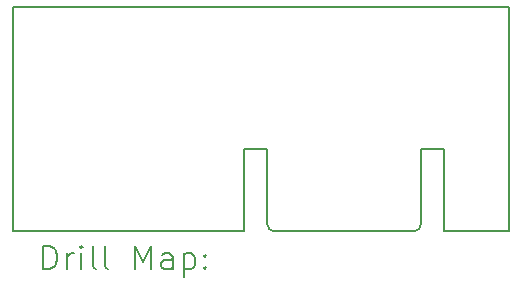
<source format=gbr>
%TF.GenerationSoftware,KiCad,Pcbnew,7.0.7*%
%TF.CreationDate,2024-03-03T16:13:55-05:00*%
%TF.ProjectId,Gamecube_SP1,47616d65-6375-4626-955f-5350312e6b69,rev?*%
%TF.SameCoordinates,Original*%
%TF.FileFunction,Drillmap*%
%TF.FilePolarity,Positive*%
%FSLAX45Y45*%
G04 Gerber Fmt 4.5, Leading zero omitted, Abs format (unit mm)*
G04 Created by KiCad (PCBNEW 7.0.7) date 2024-03-03 16:13:55*
%MOMM*%
%LPD*%
G01*
G04 APERTURE LIST*
%ADD10C,0.150000*%
%ADD11C,0.200000*%
G04 APERTURE END LIST*
D10*
X10246429Y-11999999D02*
G75*
G03*
X10306429Y-11940000I1J59999D01*
G01*
X8806429Y-12000000D02*
X6856429Y-12000000D01*
X9066429Y-12000000D02*
X10246429Y-12000000D01*
X9006430Y-11940000D02*
G75*
G03*
X9066429Y-12000000I60000J0D01*
G01*
X10506429Y-11300000D02*
X10506429Y-12000000D01*
X11056429Y-10100000D02*
X11056429Y-12000000D01*
X9006429Y-11940000D02*
X9006429Y-11300000D01*
X10306429Y-11300000D02*
X10506429Y-11300000D01*
X6856429Y-12000000D02*
X6856429Y-10100000D01*
X10506429Y-12000000D02*
X11056429Y-12000000D01*
X6856429Y-10100000D02*
X11056429Y-10100000D01*
X10306429Y-11940000D02*
X10306429Y-11300000D01*
X8806429Y-11300000D02*
X9006429Y-11300000D01*
X8806429Y-11300000D02*
X8806429Y-12000000D01*
D11*
X7109705Y-12318984D02*
X7109705Y-12118984D01*
X7109705Y-12118984D02*
X7157324Y-12118984D01*
X7157324Y-12118984D02*
X7185896Y-12128508D01*
X7185896Y-12128508D02*
X7204943Y-12147555D01*
X7204943Y-12147555D02*
X7214467Y-12166603D01*
X7214467Y-12166603D02*
X7223991Y-12204698D01*
X7223991Y-12204698D02*
X7223991Y-12233269D01*
X7223991Y-12233269D02*
X7214467Y-12271365D01*
X7214467Y-12271365D02*
X7204943Y-12290412D01*
X7204943Y-12290412D02*
X7185896Y-12309460D01*
X7185896Y-12309460D02*
X7157324Y-12318984D01*
X7157324Y-12318984D02*
X7109705Y-12318984D01*
X7309705Y-12318984D02*
X7309705Y-12185650D01*
X7309705Y-12223746D02*
X7319229Y-12204698D01*
X7319229Y-12204698D02*
X7328753Y-12195174D01*
X7328753Y-12195174D02*
X7347801Y-12185650D01*
X7347801Y-12185650D02*
X7366848Y-12185650D01*
X7433515Y-12318984D02*
X7433515Y-12185650D01*
X7433515Y-12118984D02*
X7423991Y-12128508D01*
X7423991Y-12128508D02*
X7433515Y-12138031D01*
X7433515Y-12138031D02*
X7443039Y-12128508D01*
X7443039Y-12128508D02*
X7433515Y-12118984D01*
X7433515Y-12118984D02*
X7433515Y-12138031D01*
X7557324Y-12318984D02*
X7538277Y-12309460D01*
X7538277Y-12309460D02*
X7528753Y-12290412D01*
X7528753Y-12290412D02*
X7528753Y-12118984D01*
X7662086Y-12318984D02*
X7643039Y-12309460D01*
X7643039Y-12309460D02*
X7633515Y-12290412D01*
X7633515Y-12290412D02*
X7633515Y-12118984D01*
X7890658Y-12318984D02*
X7890658Y-12118984D01*
X7890658Y-12118984D02*
X7957324Y-12261841D01*
X7957324Y-12261841D02*
X8023991Y-12118984D01*
X8023991Y-12118984D02*
X8023991Y-12318984D01*
X8204943Y-12318984D02*
X8204943Y-12214222D01*
X8204943Y-12214222D02*
X8195420Y-12195174D01*
X8195420Y-12195174D02*
X8176372Y-12185650D01*
X8176372Y-12185650D02*
X8138277Y-12185650D01*
X8138277Y-12185650D02*
X8119229Y-12195174D01*
X8204943Y-12309460D02*
X8185896Y-12318984D01*
X8185896Y-12318984D02*
X8138277Y-12318984D01*
X8138277Y-12318984D02*
X8119229Y-12309460D01*
X8119229Y-12309460D02*
X8109705Y-12290412D01*
X8109705Y-12290412D02*
X8109705Y-12271365D01*
X8109705Y-12271365D02*
X8119229Y-12252317D01*
X8119229Y-12252317D02*
X8138277Y-12242793D01*
X8138277Y-12242793D02*
X8185896Y-12242793D01*
X8185896Y-12242793D02*
X8204943Y-12233269D01*
X8300182Y-12185650D02*
X8300182Y-12385650D01*
X8300182Y-12195174D02*
X8319229Y-12185650D01*
X8319229Y-12185650D02*
X8357324Y-12185650D01*
X8357324Y-12185650D02*
X8376372Y-12195174D01*
X8376372Y-12195174D02*
X8385896Y-12204698D01*
X8385896Y-12204698D02*
X8395420Y-12223746D01*
X8395420Y-12223746D02*
X8395420Y-12280888D01*
X8395420Y-12280888D02*
X8385896Y-12299936D01*
X8385896Y-12299936D02*
X8376372Y-12309460D01*
X8376372Y-12309460D02*
X8357324Y-12318984D01*
X8357324Y-12318984D02*
X8319229Y-12318984D01*
X8319229Y-12318984D02*
X8300182Y-12309460D01*
X8481134Y-12299936D02*
X8490658Y-12309460D01*
X8490658Y-12309460D02*
X8481134Y-12318984D01*
X8481134Y-12318984D02*
X8471610Y-12309460D01*
X8471610Y-12309460D02*
X8481134Y-12299936D01*
X8481134Y-12299936D02*
X8481134Y-12318984D01*
X8481134Y-12195174D02*
X8490658Y-12204698D01*
X8490658Y-12204698D02*
X8481134Y-12214222D01*
X8481134Y-12214222D02*
X8471610Y-12204698D01*
X8471610Y-12204698D02*
X8481134Y-12195174D01*
X8481134Y-12195174D02*
X8481134Y-12214222D01*
M02*

</source>
